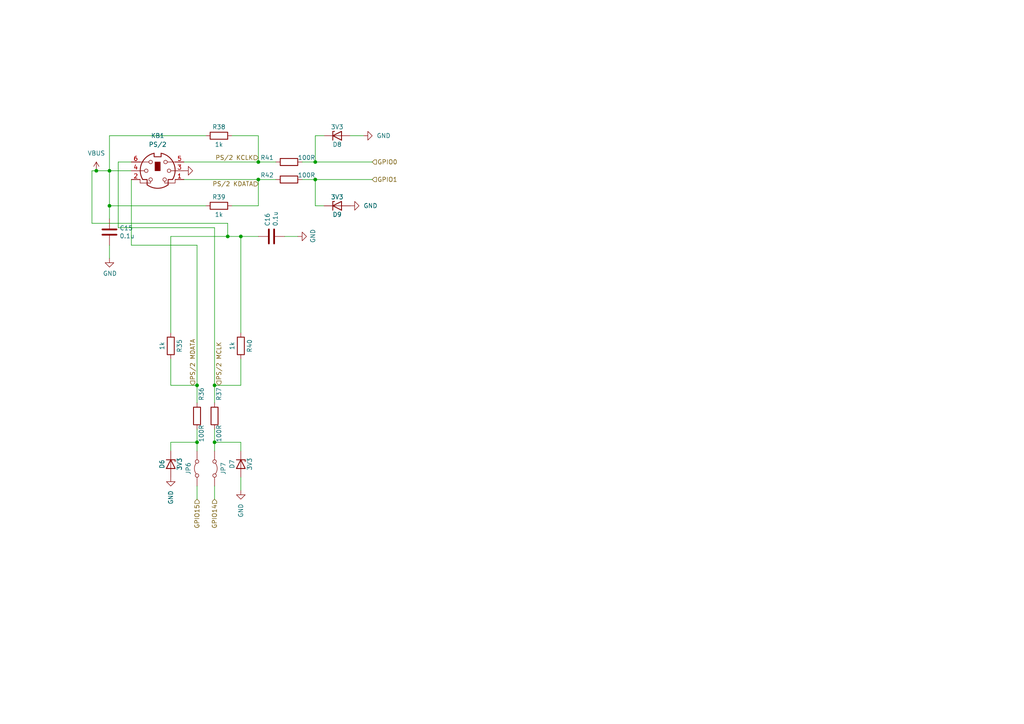
<source format=kicad_sch>
(kicad_sch (version 20231120) (generator "eeschema") (generator_version "8.0")
  (paper "A4")
  (title_block (title "FRANK") (date "2024-12-15") (rev "2.0") (company "Mikhail Matveev") (comment 1 "https://github.com/xtremespb/frank2"))
  (lib_symbols
    (symbol "Connector:Mini-DIN-6" (pin_names (offset 1.016))
      (property "Reference" "J" (at 0 6.35 0))
      (property "Value" "Mini-DIN-6" (at 0 -6.35 0))
      (symbol "Mini-DIN-6_0_1"
        (circle (center -3.302 0) (radius 0.508))
        (arc (start -3.048 -4.064) (mid 0 -5.08) (end 3.048 -4.064) (stroke (width 0.254)))
        (circle (center -2.032 -2.54) (radius 0.508))
        (circle (center -2.032 2.54) (radius 0.508))
        (arc (start -1.016 5.08) (mid -4.6228 2.1214) (end -4.318 -2.54) (stroke (width 0.254)))
        (rectangle (start -0.762 2.54) (end 0.762 0) (fill (type outline)))
        (polyline (pts (xy -3.81 0) (xy -5.08 0)))
        (polyline (pts (xy -2.54 2.54) (xy -5.08 2.54)))
        (polyline (pts (xy 2.794 2.54) (xy 5.08 2.54)))
        (polyline (pts (xy 5.08 0) (xy 3.81 0)))
        (polyline (pts (xy -4.318 -2.54) (xy -3.048 -2.54) (xy -3.048 -4.064)) (stroke (width 0.254)))
        (polyline (pts (xy 4.318 -2.54) (xy 3.048 -2.54) (xy 3.048 -4.064)) (stroke (width 0.254)))
        (polyline (pts (xy -2.032 -3.048) (xy -2.032 -3.556) (xy -5.08 -3.556) (xy -5.08 -2.54)))
        (polyline (pts (xy -1.016 5.08) (xy -1.016 4.064) (xy 1.016 4.064) (xy 1.016 5.08)) (stroke (width 0.254)))
        (polyline (pts (xy 2.032 -3.048) (xy 2.032 -3.556) (xy 5.08 -3.556) (xy 5.08 -2.54)))
        (circle (center 2.032 -2.54) (radius 0.508))
        (circle (center 2.286 2.54) (radius 0.508))
        (circle (center 3.302 0) (radius 0.508))
        (arc (start 4.318 -2.54) (mid 4.6661 2.1322) (end 1.016 5.08) (stroke (width 0.254)))
      )
      (symbol "Mini-DIN-6_1_1"
        (pin passive line (at 7.62 -2.54 180) (length 2.54) (name "~") (number "1"))
        (pin passive line (at -7.62 -2.54 0) (length 2.54) (name "~") (number "2"))
        (pin passive line (at 7.62 0 180) (length 2.54) (name "~") (number "3"))
        (pin passive line (at -7.62 0 0) (length 2.54) (name "~") (number "4"))
        (pin passive line (at 7.62 2.54 180) (length 2.54) (name "~") (number "5"))
        (pin passive line (at -7.62 2.54 0) (length 2.54) (name "~") (number "6"))
      )
    )
    (symbol "Device:C" (pin_numbers hide) (pin_names (offset 0.254))
      (property "Reference" "C" (at 0.635 2.54 0))
      (property "Value" "C" (at 0.635 -2.54 0))
      (symbol "C_0_1"
        (polyline (pts (xy -2.032 -0.762) (xy 2.032 -0.762)) (stroke (width 0.508)))
        (polyline (pts (xy -2.032 0.762) (xy 2.032 0.762)) (stroke (width 0.508)))
      )
      (symbol "C_1_1"
        (pin passive line (at 0 3.81 270) (length 2.794) (name "~") (number "1"))
        (pin passive line (at 0 -3.81 90) (length 2.794) (name "~") (number "2"))
      )
    )
    (symbol "Device:D_Zener" (pin_numbers hide) (pin_names (offset 1.016) hide)
      (property "Reference" "D" (at 0 2.54 0))
      (property "Value" "D_Zener" (at 0 -2.54 0))
      (symbol "D_Zener_0_1"
        (polyline (pts (xy 1.27 0) (xy -1.27 0)))
        (polyline (pts (xy -1.27 -1.27) (xy -1.27 1.27) (xy -0.762 1.27)) (stroke (width 0.254)))
        (polyline (pts (xy 1.27 -1.27) (xy 1.27 1.27) (xy -1.27 0) (xy 1.27 -1.27)) (stroke (width 0.254)))
      )
      (symbol "D_Zener_1_1"
        (pin passive line (at -3.81 0 0) (length 2.54) (name "K") (number "1"))
        (pin passive line (at 3.81 0 180) (length 2.54) (name "A") (number "2"))
      )
    )
    (symbol "Device:R" (pin_numbers hide) (pin_names (offset 0))
      (property "Reference" "R" (at 2.032 0 90))
      (property "Value" "R" (at 0 0 90))
      (symbol "R_0_1"
        (rectangle (start -1.016 -2.54) (end 1.016 2.54) (stroke (width 0.254)))
      )
      (symbol "R_1_1"
        (pin passive line (at 0 3.81 270) (length 1.27) (name "~") (number "1"))
        (pin passive line (at 0 -3.81 90) (length 1.27) (name "~") (number "2"))
      )
    )
    (symbol "Jumper:Jumper_2_Bridged" (pin_numbers hide) (pin_names (offset 0) hide) (exclude_from_sim yes)
      (property "Reference" "JP" (at 0 1.905 0))
      (property "Value" "Jumper_2_Bridged" (at 0 -2.54 0))
      (symbol "Jumper_2_Bridged_0_0"
        (circle (center -2.032 0) (radius 0.508))
        (circle (center 2.032 0) (radius 0.508))
      )
      (symbol "Jumper_2_Bridged_0_1"
        (arc (start 1.524 0.254) (mid 0 0.762) (end -1.524 0.254))
      )
      (symbol "Jumper_2_Bridged_1_1"
        (pin passive line (at -5.08 0 0) (length 2.54) (name "A") (number "1"))
        (pin passive line (at 5.08 0 180) (length 2.54) (name "B") (number "2"))
      )
    )
    (symbol "power:GND" (power) (pin_names (offset 0))
      (property "Value" "GND" (at 0 -3.81 0))
      (symbol "GND_0_1"
        (polyline (pts (xy 0 0) (xy 0 -1.27) (xy 1.27 -1.27) (xy 0 -2.54) (xy -1.27 -1.27) (xy 0 -1.27)))
      )
      (symbol "GND_1_1"
        (pin power_in line (at 0 0 270) (length 0) hide (name "GND") (number "1"))
      )
    )
    (symbol "power:VBUS" (power) (pin_numbers hide) (pin_names (offset 0) hide)
      (property "Value" "VBUS" (at 0 3.556 0))
      (symbol "VBUS_0_1"
        (polyline (pts (xy -0.762 1.27) (xy 0 2.54)))
        (polyline (pts (xy 0 0) (xy 0 2.54)))
        (polyline (pts (xy 0 2.54) (xy 0.762 1.27)))
      )
      (symbol "VBUS_1_1"
        (pin power_in line (at 0 0 90) (length 0) (name "~") (number "1"))
      )
    )
  )
  (junction (at 91.44 52.07))
  (junction (at 57.15 128.27))
  (junction (at 66.04 68.58))
  (junction (at 57.15 111.76))
  (junction (at 74.93 46.99))
  (junction (at 69.85 68.58))
  (junction (at 31.75 49.53))
  (junction (at 91.44 46.99))
  (junction (at 62.23 128.27))
  (junction (at 31.75 59.69))
  (junction (at 62.23 111.76))
  (junction (at 74.93 52.07))
  (junction (at 27.94 49.53))
  (wire (pts (xy 57.15 140.97) (xy 57.15 144.78)))
  (wire (pts (xy 57.15 128.27) (xy 57.15 130.81)))
  (wire (pts (xy 69.85 68.58) (xy 74.93 68.58)))
  (wire (pts (xy 69.85 111.76) (xy 62.23 111.76)))
  (wire (pts (xy 62.23 140.97) (xy 62.23 144.78)))
  (wire (pts (xy 69.85 128.27) (xy 62.23 128.27)))
  (wire (pts (xy 74.93 52.07) (xy 80.01 52.07)))
  (wire (pts (xy 74.93 46.99) (xy 80.01 46.99)))
  (wire (pts (xy 59.69 59.69) (xy 31.75 59.69)))
  (wire (pts (xy 49.53 96.52) (xy 49.53 68.58)))
  (wire (pts (xy 49.53 104.14) (xy 49.53 111.76)))
  (wire (pts (xy 27.94 49.53) (xy 26.67 49.53)))
  (wire (pts (xy 31.75 59.69) (xy 31.75 63.5)))
  (wire (pts (xy 31.75 39.37) (xy 31.75 49.53)))
  (wire (pts (xy 62.23 128.27) (xy 62.23 124.46)))
  (wire (pts (xy 38.1 52.07) (xy 38.1 71.12)))
  (wire (pts (xy 101.6 39.37) (xy 105.41 39.37)))
  (wire (pts (xy 69.85 130.81) (xy 69.85 128.27)))
  (wire (pts (xy 91.44 52.07) (xy 87.63 52.07)))
  (wire (pts (xy 91.44 59.69) (xy 91.44 52.07)))
  (wire (pts (xy 69.85 104.14) (xy 69.85 111.76)))
  (wire (pts (xy 91.44 52.07) (xy 107.95 52.07)))
  (wire (pts (xy 31.75 59.69) (xy 31.75 49.53)))
  (wire (pts (xy 59.69 39.37) (xy 31.75 39.37)))
  (wire (pts (xy 38.1 46.99) (xy 34.29 46.99)))
  (wire (pts (xy 66.04 64.77) (xy 66.04 68.58)))
  (wire (pts (xy 66.04 68.58) (xy 69.85 68.58)))
  (wire (pts (xy 62.23 128.27) (xy 62.23 130.81)))
  (wire (pts (xy 49.53 128.27) (xy 57.15 128.27)))
  (wire (pts (xy 93.98 59.69) (xy 91.44 59.69)))
  (wire (pts (xy 57.15 111.76) (xy 49.53 111.76)))
  (wire (pts (xy 93.98 39.37) (xy 91.44 39.37)))
  (wire (pts (xy 53.34 52.07) (xy 74.93 52.07)))
  (wire (pts (xy 34.29 46.99) (xy 34.29 66.04)))
  (wire (pts (xy 91.44 46.99) (xy 107.95 46.99)))
  (wire (pts (xy 38.1 71.12) (xy 57.15 71.12)))
  (wire (pts (xy 91.44 39.37) (xy 91.44 46.99)))
  (wire (pts (xy 31.75 49.53) (xy 38.1 49.53)))
  (wire (pts (xy 31.75 49.53) (xy 27.94 49.53)))
  (wire (pts (xy 67.31 59.69) (xy 74.93 59.69)))
  (wire (pts (xy 74.93 39.37) (xy 74.93 46.99)))
  (wire (pts (xy 26.67 64.77) (xy 66.04 64.77)))
  (wire (pts (xy 62.23 111.76) (xy 62.23 116.84)))
  (wire (pts (xy 49.53 130.81) (xy 49.53 128.27)))
  (wire (pts (xy 57.15 71.12) (xy 57.15 111.76)))
  (wire (pts (xy 57.15 128.27) (xy 57.15 124.46)))
  (wire (pts (xy 34.29 66.04) (xy 62.23 66.04)))
  (wire (pts (xy 26.67 49.53) (xy 26.67 64.77)))
  (wire (pts (xy 53.34 46.99) (xy 74.93 46.99)))
  (wire (pts (xy 69.85 96.52) (xy 69.85 68.58)))
  (wire (pts (xy 67.31 39.37) (xy 74.93 39.37)))
  (wire (pts (xy 82.55 68.58) (xy 86.36 68.58)))
  (wire (pts (xy 31.75 71.12) (xy 31.75 74.93)))
  (wire (pts (xy 49.53 68.58) (xy 66.04 68.58)))
  (wire (pts (xy 74.93 52.07) (xy 74.93 59.69)))
  (wire (pts (xy 62.23 66.04) (xy 62.23 111.76)))
  (wire (pts (xy 57.15 111.76) (xy 57.15 116.84)))
  (wire (pts (xy 91.44 46.99) (xy 87.63 46.99)))
  (wire (pts (xy 69.85 138.43) (xy 69.85 142.24)))
  (hierarchical_label "GPIO14" (shape input) (at 62.23 144.78 270))
  (hierarchical_label "PS{slash}2 MCLK" (shape input) (at 63.5 111.76 90))
  (hierarchical_label "PS{slash}2 KCLK" (shape input) (at 74.93 45.72 180))
  (hierarchical_label "GPIO1" (shape input) (at 107.95 52.07 0))
  (hierarchical_label "GPIO15" (shape input) (at 57.15 144.78 270))
  (hierarchical_label "PS{slash}2 MDATA" (shape input) (at 55.88 111.76 90))
  (hierarchical_label "GPIO0" (shape input) (at 107.95 46.99 0))
  (hierarchical_label "PS{slash}2 KDATA" (shape input) (at 74.93 53.34 180))
  (symbol (lib_id "power:GND") (at 101.6 59.69 90) (unit 1)
    (property "Reference" "#PWR040" (effects (hide yes)))
    (property "Value" "GND" (at 105.41 59.6899 90) (effects (justify right)))
  )
  (symbol (lib_id "Device:D_Zener") (at 97.79 59.69 0) (unit 1)
    (property "Reference" "D9" (at 97.79 62.23 0))
    (property "Value" "3V3" (at 97.79 57.15 0))
    (property "Footprint" "LIBS:Medved_D_0805" (effects (hide yes)))
  )
  (symbol (lib_id "power:GND") (at 31.75 74.93 0) (unit 1)
    (property "Reference" "#PWR035" (effects (hide yes)))
    (property "Value" "GND" (at 31.877 79.3242 0))
  )
  (symbol (lib_id "Device:R") (at 49.53 100.33 0) (unit 1)
    (property "Reference" "R35" (at 52.07 100.33 90))
    (property "Value" "1k" (at 46.99 100.33 90))
    (property "Footprint" "LIBS:Medved_R_0805" (effects (hide yes)))
  )
  (symbol (lib_id "power:GND") (at 69.85 142.24 0) (unit 1)
    (property "Reference" "#PWR038" (effects (hide yes)))
    (property "Value" "GND" (at 69.8501 146.05 90) (effects (justify right)))
  )
  (symbol (lib_id "Device:R") (at 83.82 52.07 90) (unit 1)
    (property "Reference" "R42" (at 77.47 50.8 90))
    (property "Value" "100R" (at 88.9 50.8 90))
    (property "Footprint" "LIBS:Medved_R_0805" (effects (hide yes)))
  )
  (symbol (lib_id "Device:R") (at 69.85 100.33 0) (unit 1)
    (property "Reference" "R40" (at 72.39 100.33 90))
    (property "Value" "1k" (at 67.31 100.33 90))
    (property "Footprint" "LIBS:Medved_R_0805" (effects (hide yes)))
  )
  (symbol (lib_id "Device:R") (at 83.82 46.99 90) (unit 1)
    (property "Reference" "R41" (at 77.47 45.72 90))
    (property "Value" "100R" (at 88.9 45.72 90))
    (property "Footprint" "LIBS:Medved_R_0805" (effects (hide yes)))
  )
  (symbol (lib_id "Device:R") (at 57.15 120.65 0) (unit 1)
    (property "Reference" "R36" (at 58.42 114.3 90))
    (property "Value" "100R" (at 58.42 125.73 90))
    (property "Footprint" "LIBS:Medved_R_0805" (effects (hide yes)))
  )
  (symbol (lib_id "power:GND") (at 105.41 39.37 90) (unit 1)
    (property "Reference" "#PWR041" (effects (hide yes)))
    (property "Value" "GND" (at 109.22 39.3699 90) (effects (justify right)))
  )
  (symbol (lib_id "Device:D_Zener") (at 49.53 134.62 270) (unit 1)
    (property "Reference" "D6" (at 46.99 134.62 0))
    (property "Value" "3V3" (at 52.07 134.62 0))
    (property "Footprint" "LIBS:Medved_D_0805" (effects (hide yes)))
  )
  (symbol (lib_id "power:VBUS") (at 27.94 49.53 0) (unit 1)
    (property "Reference" "#PWR029" (effects (hide yes)))
    (property "Value" "VBUS" (at 27.94 44.45 0))
    (property "Description" "Power symbol creates a global label with name \"VBUS\"" (effects (hide yes)))
  )
  (symbol (lib_id "Device:R") (at 63.5 59.69 90) (unit 1)
    (property "Reference" "R39" (at 63.5 57.15 90))
    (property "Value" "1k" (at 63.5 62.23 90))
    (property "Footprint" "LIBS:Medved_R_0805" (effects (hide yes)))
  )
  (symbol (lib_id "Device:C") (at 78.74 68.58 90) (unit 1)
    (property "Reference" "C16" (at 77.5716 65.659 0) (effects (justify left)))
    (property "Value" "0.1u" (at 79.883 65.659 0) (effects (justify left)))
    (property "Footprint" "LIBS:Medved_C_0805" (effects (hide yes)))
  )
  (symbol (lib_id "power:GND") (at 86.36 68.58 90) (unit 1)
    (property "Reference" "#PWR039" (effects (hide yes)))
    (property "Value" "GND" (at 90.7542 68.453 0))
  )
  (symbol (lib_id "Device:R") (at 63.5 39.37 90) (unit 1)
    (property "Reference" "R38" (at 63.5 36.83 90))
    (property "Value" "1k" (at 63.5 41.91 90))
    (property "Footprint" "LIBS:Medved_R_0805" (effects (hide yes)))
  )
  (symbol (lib_id "Connector:Mini-DIN-6") (at 45.72 49.53 0) (unit 1)
    (property "Reference" "KB1" (at 45.7377 39.37 0))
    (property "Value" "PS/2" (at 45.7377 41.91 0))
    (property "Footprint" "LIBS:Connector_Mini-DIN_Female_6Pin_2rows" (effects (hide yes)))
    (property "Datasheet" "http://service.powerdynamics.com/ec/Catalog17/Section%2011.pdf" (effects (hide yes)))
  )
  (symbol (lib_id "power:GND") (at 53.34 49.53 90) (unit 1)
    (property "Reference" "#PWR037" (effects (hide yes)))
    (property "Value" "GND" (effects (hide yes)))
  )
  (symbol (lib_id "power:GND") (at 49.53 138.43 0) (unit 1)
    (property "Reference" "#PWR036" (effects (hide yes)))
    (property "Value" "GND" (at 49.5301 142.24 90) (effects (justify right)))
  )
  (symbol (lib_id "Device:D_Zener") (at 97.79 39.37 0) (unit 1)
    (property "Reference" "D8" (at 97.79 41.91 0))
    (property "Value" "3V3" (at 97.79 36.83 0))
    (property "Footprint" "LIBS:Medved_D_0805" (effects (hide yes)))
  )
  (symbol (lib_id "Jumper:Jumper_2_Bridged") (at 62.23 135.89 270) (unit 1) (exclude_from_sim yes)
    (property "Reference" "JP7" (at 64.77 135.89 0))
    (property "Value" "RP ZERO +5V Jumper" (effects (hide yes)))
    (property "Footprint" "LIBS:Medved_PinHeader_1x02_P2.54mm_Vertical_R" (effects (hide yes)))
    (property "Description" "Jumper, 2-pole, closed/bridged" (effects (hide yes)))
  )
  (symbol (lib_id "Device:R") (at 62.23 120.65 0) (unit 1)
    (property "Reference" "R37" (at 63.5 114.3 90))
    (property "Value" "100R" (at 63.5 125.73 90))
    (property "Footprint" "LIBS:Medved_R_0805" (effects (hide yes)))
  )
  (symbol (lib_id "Device:D_Zener") (at 69.85 134.62 270) (unit 1)
    (property "Reference" "D7" (at 67.31 134.62 0))
    (property "Value" "3V3" (at 72.39 134.62 0))
    (property "Footprint" "LIBS:Medved_D_0805" (effects (hide yes)))
  )
  (symbol (lib_id "Jumper:Jumper_2_Bridged") (at 57.15 135.89 90) (unit 1) (exclude_from_sim yes)
    (property "Reference" "JP6" (at 54.61 135.89 0))
    (property "Value" "RP ZERO +5V Jumper" (effects (hide yes)))
    (property "Footprint" "LIBS:Medved_PinHeader_1x02_P2.54mm_Vertical_R" (effects (hide yes)))
    (property "Description" "Jumper, 2-pole, closed/bridged" (effects (hide yes)))
  )
  (symbol (lib_id "Device:C") (at 31.75 67.31 0) (unit 1)
    (property "Reference" "C15" (at 34.671 66.1416 0) (effects (justify left)))
    (property "Value" "0.1u" (at 34.671 68.453 0) (effects (justify left)))
    (property "Footprint" "LIBS:Medved_C_0805" (effects (hide yes)))
  )
)
</source>
